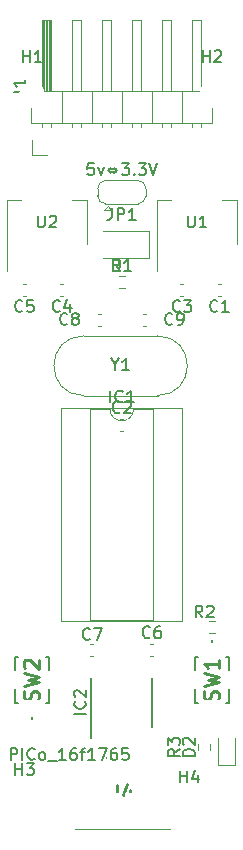
<source format=gto>
G04 #@! TF.GenerationSoftware,KiCad,Pcbnew,(5.1.9)-1*
G04 #@! TF.CreationDate,2023-06-14T07:28:31+09:00*
G04 #@! TF.ProjectId,PICo-16f1765,5049436f-2d31-4366-9631-3736352e6b69,rev?*
G04 #@! TF.SameCoordinates,Original*
G04 #@! TF.FileFunction,Legend,Top*
G04 #@! TF.FilePolarity,Positive*
%FSLAX46Y46*%
G04 Gerber Fmt 4.6, Leading zero omitted, Abs format (unit mm)*
G04 Created by KiCad (PCBNEW (5.1.9)-1) date 2023-06-14 07:28:31*
%MOMM*%
%LPD*%
G01*
G04 APERTURE LIST*
%ADD10C,0.150000*%
%ADD11C,0.120000*%
%ADD12C,0.200000*%
%ADD13C,0.100000*%
%ADD14C,0.254000*%
%ADD15C,2.200000*%
%ADD16O,1.600000X1.600000*%
%ADD17R,1.600000X1.600000*%
%ADD18C,1.500000*%
%ADD19R,1.500000X2.000000*%
%ADD20R,3.800000X2.000000*%
%ADD21R,1.600000X1.050000*%
%ADD22R,1.000000X1.500000*%
%ADD23R,0.400000X1.350000*%
%ADD24R,1.800000X1.900000*%
%ADD25R,2.100000X1.600000*%
%ADD26R,1.900000X1.900000*%
%ADD27O,1.700000X1.700000*%
%ADD28R,1.700000X1.700000*%
%ADD29R,0.510000X1.100000*%
G04 APERTURE END LIST*
D10*
X-5611190Y-42362380D02*
X-5611190Y-41362380D01*
X-5230238Y-41362380D01*
X-5135000Y-41410000D01*
X-5087380Y-41457619D01*
X-5039761Y-41552857D01*
X-5039761Y-41695714D01*
X-5087380Y-41790952D01*
X-5135000Y-41838571D01*
X-5230238Y-41886190D01*
X-5611190Y-41886190D01*
X-4611190Y-42362380D02*
X-4611190Y-41362380D01*
X-3563571Y-42267142D02*
X-3611190Y-42314761D01*
X-3754047Y-42362380D01*
X-3849285Y-42362380D01*
X-3992142Y-42314761D01*
X-4087380Y-42219523D01*
X-4135000Y-42124285D01*
X-4182619Y-41933809D01*
X-4182619Y-41790952D01*
X-4135000Y-41600476D01*
X-4087380Y-41505238D01*
X-3992142Y-41410000D01*
X-3849285Y-41362380D01*
X-3754047Y-41362380D01*
X-3611190Y-41410000D01*
X-3563571Y-41457619D01*
X-2992142Y-42362380D02*
X-3087380Y-42314761D01*
X-3135000Y-42267142D01*
X-3182619Y-42171904D01*
X-3182619Y-41886190D01*
X-3135000Y-41790952D01*
X-3087380Y-41743333D01*
X-2992142Y-41695714D01*
X-2849285Y-41695714D01*
X-2754047Y-41743333D01*
X-2706428Y-41790952D01*
X-2658809Y-41886190D01*
X-2658809Y-42171904D01*
X-2706428Y-42267142D01*
X-2754047Y-42314761D01*
X-2849285Y-42362380D01*
X-2992142Y-42362380D01*
X-2468333Y-42457619D02*
X-1706428Y-42457619D01*
X-944523Y-42362380D02*
X-1515952Y-42362380D01*
X-1230238Y-42362380D02*
X-1230238Y-41362380D01*
X-1325476Y-41505238D01*
X-1420714Y-41600476D01*
X-1515952Y-41648095D01*
X-87380Y-41362380D02*
X-277857Y-41362380D01*
X-373095Y-41410000D01*
X-420714Y-41457619D01*
X-515952Y-41600476D01*
X-563571Y-41790952D01*
X-563571Y-42171904D01*
X-515952Y-42267142D01*
X-468333Y-42314761D01*
X-373095Y-42362380D01*
X-182619Y-42362380D01*
X-87380Y-42314761D01*
X-39761Y-42267142D01*
X7857Y-42171904D01*
X7857Y-41933809D01*
X-39761Y-41838571D01*
X-87380Y-41790952D01*
X-182619Y-41743333D01*
X-373095Y-41743333D01*
X-468333Y-41790952D01*
X-515952Y-41838571D01*
X-563571Y-41933809D01*
X293571Y-41695714D02*
X674523Y-41695714D01*
X436428Y-42362380D02*
X436428Y-41505238D01*
X484047Y-41410000D01*
X579285Y-41362380D01*
X674523Y-41362380D01*
X1531666Y-42362380D02*
X960238Y-42362380D01*
X1245952Y-42362380D02*
X1245952Y-41362380D01*
X1150714Y-41505238D01*
X1055476Y-41600476D01*
X960238Y-41648095D01*
X1865000Y-41362380D02*
X2531666Y-41362380D01*
X2103095Y-42362380D01*
X3341190Y-41362380D02*
X3150714Y-41362380D01*
X3055476Y-41410000D01*
X3007857Y-41457619D01*
X2912619Y-41600476D01*
X2865000Y-41790952D01*
X2865000Y-42171904D01*
X2912619Y-42267142D01*
X2960238Y-42314761D01*
X3055476Y-42362380D01*
X3245952Y-42362380D01*
X3341190Y-42314761D01*
X3388809Y-42267142D01*
X3436428Y-42171904D01*
X3436428Y-41933809D01*
X3388809Y-41838571D01*
X3341190Y-41790952D01*
X3245952Y-41743333D01*
X3055476Y-41743333D01*
X2960238Y-41790952D01*
X2912619Y-41838571D01*
X2865000Y-41933809D01*
X4341190Y-41362380D02*
X3865000Y-41362380D01*
X3817380Y-41838571D01*
X3865000Y-41790952D01*
X3960238Y-41743333D01*
X4198333Y-41743333D01*
X4293571Y-41790952D01*
X4341190Y-41838571D01*
X4388809Y-41933809D01*
X4388809Y-42171904D01*
X4341190Y-42267142D01*
X4293571Y-42314761D01*
X4198333Y-42362380D01*
X3960238Y-42362380D01*
X3865000Y-42314761D01*
X3817380Y-42267142D01*
X1429047Y8167619D02*
X952857Y8167619D01*
X905238Y7691428D01*
X952857Y7739047D01*
X1048095Y7786666D01*
X1286190Y7786666D01*
X1381428Y7739047D01*
X1429047Y7691428D01*
X1476666Y7596190D01*
X1476666Y7358095D01*
X1429047Y7262857D01*
X1381428Y7215238D01*
X1286190Y7167619D01*
X1048095Y7167619D01*
X952857Y7215238D01*
X905238Y7262857D01*
X1810000Y7834285D02*
X2048095Y7167619D01*
X2286190Y7834285D01*
X2810000Y7405714D02*
X3286190Y7405714D01*
X2810000Y7691428D02*
X3286190Y7691428D01*
X2905238Y7310476D02*
X2667142Y7548571D01*
X2905238Y7786666D01*
X3190952Y7786666D02*
X3429047Y7548571D01*
X3190952Y7310476D01*
X3810000Y8167619D02*
X4429047Y8167619D01*
X4095714Y7786666D01*
X4238571Y7786666D01*
X4333809Y7739047D01*
X4381428Y7691428D01*
X4429047Y7596190D01*
X4429047Y7358095D01*
X4381428Y7262857D01*
X4333809Y7215238D01*
X4238571Y7167619D01*
X3952857Y7167619D01*
X3857619Y7215238D01*
X3810000Y7262857D01*
X4857619Y7262857D02*
X4905238Y7215238D01*
X4857619Y7167619D01*
X4810000Y7215238D01*
X4857619Y7262857D01*
X4857619Y7167619D01*
X5238571Y8167619D02*
X5857619Y8167619D01*
X5524285Y7786666D01*
X5667142Y7786666D01*
X5762380Y7739047D01*
X5810000Y7691428D01*
X5857619Y7596190D01*
X5857619Y7358095D01*
X5810000Y7262857D01*
X5762380Y7215238D01*
X5667142Y7167619D01*
X5381428Y7167619D01*
X5286190Y7215238D01*
X5238571Y7262857D01*
X6143333Y8167619D02*
X6476666Y7167619D01*
X6810000Y8167619D01*
D11*
G04 #@! TO.C,C7*
X1410580Y-33530000D02*
X1129420Y-33530000D01*
X1410580Y-32510000D02*
X1129420Y-32510000D01*
G04 #@! TO.C,C6*
X6209420Y-32510000D02*
X6490580Y-32510000D01*
X6209420Y-33530000D02*
X6490580Y-33530000D01*
G04 #@! TO.C,C5*
X-4304420Y-3050000D02*
X-4585580Y-3050000D01*
X-4304420Y-2030000D02*
X-4585580Y-2030000D01*
G04 #@! TO.C,C4*
X-1129420Y-3050000D02*
X-1410580Y-3050000D01*
X-1129420Y-2030000D02*
X-1410580Y-2030000D01*
G04 #@! TO.C,C3*
X9030580Y-3050000D02*
X8749420Y-3050000D01*
X9030580Y-2030000D02*
X8749420Y-2030000D01*
G04 #@! TO.C,C2*
X3669420Y-13460000D02*
X3950580Y-13460000D01*
X3669420Y-14480000D02*
X3950580Y-14480000D01*
G04 #@! TO.C,C1*
X12205580Y-3050000D02*
X11924420Y-3050000D01*
X12205580Y-2030000D02*
X11924420Y-2030000D01*
G04 #@! TO.C,R3*
X10272500Y-41512258D02*
X10272500Y-41037742D01*
X11317500Y-41512258D02*
X11317500Y-41037742D01*
G04 #@! TO.C,R2*
X11667258Y-31637500D02*
X11192742Y-31637500D01*
X11667258Y-30592500D02*
X11192742Y-30592500D01*
G04 #@! TO.C,R1*
X3572742Y-1382500D02*
X4047258Y-1382500D01*
X3572742Y-2427500D02*
X4047258Y-2427500D01*
G04 #@! TO.C,IC1*
X8950000Y-12580000D02*
X-1330000Y-12580000D01*
X8950000Y-30600000D02*
X8950000Y-12580000D01*
X-1330000Y-30600000D02*
X8950000Y-30600000D01*
X-1330000Y-12580000D02*
X-1330000Y-30600000D01*
X6460000Y-12640000D02*
X4810000Y-12640000D01*
X6460000Y-30540000D02*
X6460000Y-12640000D01*
X1160000Y-30540000D02*
X6460000Y-30540000D01*
X1160000Y-12640000D02*
X1160000Y-30540000D01*
X2810000Y-12640000D02*
X1160000Y-12640000D01*
X4810000Y-12640000D02*
G75*
G02*
X2810000Y-12640000I-1000000J0D01*
G01*
G04 #@! TO.C,Y1*
X585000Y-11505000D02*
X6835000Y-11505000D01*
X585000Y-6455000D02*
X6835000Y-6455000D01*
X6835000Y-11505000D02*
G75*
G03*
X6835000Y-6455000I0J2525000D01*
G01*
X585000Y-11505000D02*
G75*
G02*
X585000Y-6455000I0J2525000D01*
G01*
G04 #@! TO.C,U2*
X-5950000Y-925000D02*
X-5950000Y5085000D01*
X870000Y1325000D02*
X870000Y5085000D01*
X-5950000Y5085000D02*
X-4690000Y5085000D01*
X870000Y5085000D02*
X-390000Y5085000D01*
G04 #@! TO.C,U1*
X6750000Y-925000D02*
X6750000Y5085000D01*
X13570000Y1325000D02*
X13570000Y5085000D01*
X6750000Y5085000D02*
X8010000Y5085000D01*
X13570000Y5085000D02*
X12310000Y5085000D01*
D12*
G04 #@! TO.C,SW2*
X-3810000Y-38860000D02*
X-3810000Y-38860000D01*
X-3810000Y-38760000D02*
X-3810000Y-38760000D01*
X-3810000Y-38860000D02*
X-3810000Y-38860000D01*
X-2360000Y-37510000D02*
X-2360000Y-36360000D01*
X-2610000Y-37510000D02*
X-2360000Y-37510000D01*
X-2360000Y-33610000D02*
X-2360000Y-34760000D01*
X-2610000Y-33610000D02*
X-2360000Y-33610000D01*
X-5260000Y-33610000D02*
X-5010000Y-33610000D01*
X-5260000Y-34760000D02*
X-5260000Y-33610000D01*
X-5260000Y-37510000D02*
X-5260000Y-36360000D01*
X-5010000Y-37510000D02*
X-5260000Y-37510000D01*
X-3810000Y-38760000D02*
G75*
G02*
X-3810000Y-38860000I0J-50000D01*
G01*
X-3810000Y-38860000D02*
G75*
G02*
X-3810000Y-38760000I0J50000D01*
G01*
X-3810000Y-38760000D02*
G75*
G02*
X-3810000Y-38860000I0J-50000D01*
G01*
G04 #@! TO.C,SW1*
X11430000Y-32260000D02*
X11430000Y-32260000D01*
X11430000Y-32360000D02*
X11430000Y-32360000D01*
X11430000Y-32260000D02*
X11430000Y-32260000D01*
X9980000Y-33610000D02*
X9980000Y-34760000D01*
X10230000Y-33610000D02*
X9980000Y-33610000D01*
X9980000Y-37510000D02*
X9980000Y-36360000D01*
X10230000Y-37510000D02*
X9980000Y-37510000D01*
X12880000Y-37510000D02*
X12630000Y-37510000D01*
X12880000Y-36360000D02*
X12880000Y-37510000D01*
X12880000Y-33610000D02*
X12880000Y-34760000D01*
X12630000Y-33610000D02*
X12880000Y-33610000D01*
X11430000Y-32360000D02*
G75*
G02*
X11430000Y-32260000I0J50000D01*
G01*
X11430000Y-32260000D02*
G75*
G02*
X11430000Y-32360000I0J-50000D01*
G01*
X11430000Y-32360000D02*
G75*
G02*
X11430000Y-32260000I0J50000D01*
G01*
D11*
G04 #@! TO.C,JP1*
X2410000Y6715000D02*
X5210000Y6715000D01*
X5860000Y6015000D02*
X5860000Y5415000D01*
X5210000Y4715000D02*
X2410000Y4715000D01*
X1760000Y5415000D02*
X1760000Y6015000D01*
X2610000Y4515000D02*
X2310000Y4215000D01*
X2310000Y4215000D02*
X2910000Y4215000D01*
X2610000Y4515000D02*
X2910000Y4215000D01*
X1760000Y6015000D02*
G75*
G02*
X2460000Y6715000I700000J0D01*
G01*
X2460000Y4715000D02*
G75*
G02*
X1760000Y5415000I0J700000D01*
G01*
X5860000Y5415000D02*
G75*
G02*
X5160000Y4715000I-700000J0D01*
G01*
X5160000Y6715000D02*
G75*
G02*
X5860000Y6015000I0J-700000D01*
G01*
D13*
G04 #@! TO.C,J4*
X-190000Y-48220000D02*
X7860000Y-48220000D01*
X2510000Y-42120000D02*
X2510000Y-42120000D01*
X2510000Y-42220000D02*
X2510000Y-42220000D01*
X2510000Y-42120000D02*
G75*
G02*
X2510000Y-42220000I0J-50000D01*
G01*
X2510000Y-42220000D02*
G75*
G02*
X2510000Y-42120000I0J50000D01*
G01*
D11*
G04 #@! TO.C,J1*
X-3810000Y8890000D02*
X-3810000Y10160000D01*
X-2540000Y8890000D02*
X-3810000Y8890000D01*
X10540000Y11202929D02*
X10540000Y11600000D01*
X9780000Y11202929D02*
X9780000Y11600000D01*
X10540000Y20260000D02*
X10540000Y14260000D01*
X9780000Y20260000D02*
X10540000Y20260000D01*
X9780000Y14260000D02*
X9780000Y20260000D01*
X8890000Y11600000D02*
X8890000Y14260000D01*
X8000000Y11202929D02*
X8000000Y11600000D01*
X7240000Y11202929D02*
X7240000Y11600000D01*
X8000000Y20260000D02*
X8000000Y14260000D01*
X7240000Y20260000D02*
X8000000Y20260000D01*
X7240000Y14260000D02*
X7240000Y20260000D01*
X6350000Y11600000D02*
X6350000Y14260000D01*
X5460000Y11202929D02*
X5460000Y11600000D01*
X4700000Y11202929D02*
X4700000Y11600000D01*
X5460000Y20260000D02*
X5460000Y14260000D01*
X4700000Y20260000D02*
X5460000Y20260000D01*
X4700000Y14260000D02*
X4700000Y20260000D01*
X3810000Y11600000D02*
X3810000Y14260000D01*
X2920000Y11202929D02*
X2920000Y11600000D01*
X2160000Y11202929D02*
X2160000Y11600000D01*
X2920000Y20260000D02*
X2920000Y14260000D01*
X2160000Y20260000D02*
X2920000Y20260000D01*
X2160000Y14260000D02*
X2160000Y20260000D01*
X1270000Y11600000D02*
X1270000Y14260000D01*
X380000Y11202929D02*
X380000Y11600000D01*
X-380000Y11202929D02*
X-380000Y11600000D01*
X380000Y20260000D02*
X380000Y14260000D01*
X-380000Y20260000D02*
X380000Y20260000D01*
X-380000Y14260000D02*
X-380000Y20260000D01*
X-1270000Y11600000D02*
X-1270000Y14260000D01*
X-2160000Y11270000D02*
X-2160000Y11600000D01*
X-2920000Y11270000D02*
X-2920000Y11600000D01*
X-2260000Y14260000D02*
X-2260000Y20260000D01*
X-2380000Y14260000D02*
X-2380000Y20260000D01*
X-2500000Y14260000D02*
X-2500000Y20260000D01*
X-2620000Y14260000D02*
X-2620000Y20260000D01*
X-2740000Y14260000D02*
X-2740000Y20260000D01*
X-2860000Y14260000D02*
X-2860000Y20260000D01*
X-2160000Y20260000D02*
X-2160000Y14260000D01*
X-2920000Y20260000D02*
X-2160000Y20260000D01*
X-2920000Y14260000D02*
X-2920000Y20260000D01*
X-3870000Y14260000D02*
X-3870000Y11600000D01*
X11490000Y14260000D02*
X-3870000Y14260000D01*
X11490000Y11600000D02*
X11490000Y14260000D01*
X-3870000Y11600000D02*
X11490000Y11600000D01*
D10*
G04 #@! TO.C,IC2*
X6380000Y-39535000D02*
X6380000Y-35395000D01*
X1240000Y-40465000D02*
X1240000Y-35395000D01*
D11*
G04 #@! TO.C,D2*
X13435000Y-42760000D02*
X13435000Y-40475000D01*
X11965000Y-42760000D02*
X13435000Y-42760000D01*
X11965000Y-40475000D02*
X11965000Y-42760000D01*
G04 #@! TO.C,D1*
X6095000Y2405000D02*
X2210000Y2405000D01*
X6095000Y135000D02*
X6095000Y2405000D01*
X2210000Y135000D02*
X6095000Y135000D01*
G04 #@! TO.C,C9*
X5855580Y-4570000D02*
X5574420Y-4570000D01*
X5855580Y-5590000D02*
X5574420Y-5590000D01*
G04 #@! TO.C,C8*
X1764420Y-5590000D02*
X2045580Y-5590000D01*
X1764420Y-4570000D02*
X2045580Y-4570000D01*
G04 #@! TO.C,H4*
D10*
X8763095Y-44267380D02*
X8763095Y-43267380D01*
X8763095Y-43743571D02*
X9334523Y-43743571D01*
X9334523Y-44267380D02*
X9334523Y-43267380D01*
X10239285Y-43600714D02*
X10239285Y-44267380D01*
X10001190Y-43219761D02*
X9763095Y-43934047D01*
X10382142Y-43934047D01*
G04 #@! TO.C,H3*
X-5206904Y-43632380D02*
X-5206904Y-42632380D01*
X-5206904Y-43108571D02*
X-4635476Y-43108571D01*
X-4635476Y-43632380D02*
X-4635476Y-42632380D01*
X-4254523Y-42632380D02*
X-3635476Y-42632380D01*
X-3968809Y-43013333D01*
X-3825952Y-43013333D01*
X-3730714Y-43060952D01*
X-3683095Y-43108571D01*
X-3635476Y-43203809D01*
X-3635476Y-43441904D01*
X-3683095Y-43537142D01*
X-3730714Y-43584761D01*
X-3825952Y-43632380D01*
X-4111666Y-43632380D01*
X-4206904Y-43584761D01*
X-4254523Y-43537142D01*
G04 #@! TO.C,H2*
X10668095Y16717619D02*
X10668095Y17717619D01*
X10668095Y17241428D02*
X11239523Y17241428D01*
X11239523Y16717619D02*
X11239523Y17717619D01*
X11668095Y17622380D02*
X11715714Y17670000D01*
X11810952Y17717619D01*
X12049047Y17717619D01*
X12144285Y17670000D01*
X12191904Y17622380D01*
X12239523Y17527142D01*
X12239523Y17431904D01*
X12191904Y17289047D01*
X11620476Y16717619D01*
X12239523Y16717619D01*
G04 #@! TO.C,H1*
X-4571904Y16717619D02*
X-4571904Y17717619D01*
X-4571904Y17241428D02*
X-4000476Y17241428D01*
X-4000476Y16717619D02*
X-4000476Y17717619D01*
X-3000476Y16717619D02*
X-3571904Y16717619D01*
X-3286190Y16717619D02*
X-3286190Y17717619D01*
X-3381428Y17574761D01*
X-3476666Y17479523D01*
X-3571904Y17431904D01*
G04 #@! TO.C,C7*
X1103333Y-32107142D02*
X1055714Y-32154761D01*
X912857Y-32202380D01*
X817619Y-32202380D01*
X674761Y-32154761D01*
X579523Y-32059523D01*
X531904Y-31964285D01*
X484285Y-31773809D01*
X484285Y-31630952D01*
X531904Y-31440476D01*
X579523Y-31345238D01*
X674761Y-31250000D01*
X817619Y-31202380D01*
X912857Y-31202380D01*
X1055714Y-31250000D01*
X1103333Y-31297619D01*
X1436666Y-31202380D02*
X2103333Y-31202380D01*
X1674761Y-32202380D01*
G04 #@! TO.C,C6*
X6183333Y-31947142D02*
X6135714Y-31994761D01*
X5992857Y-32042380D01*
X5897619Y-32042380D01*
X5754761Y-31994761D01*
X5659523Y-31899523D01*
X5611904Y-31804285D01*
X5564285Y-31613809D01*
X5564285Y-31470952D01*
X5611904Y-31280476D01*
X5659523Y-31185238D01*
X5754761Y-31090000D01*
X5897619Y-31042380D01*
X5992857Y-31042380D01*
X6135714Y-31090000D01*
X6183333Y-31137619D01*
X7040476Y-31042380D02*
X6850000Y-31042380D01*
X6754761Y-31090000D01*
X6707142Y-31137619D01*
X6611904Y-31280476D01*
X6564285Y-31470952D01*
X6564285Y-31851904D01*
X6611904Y-31947142D01*
X6659523Y-31994761D01*
X6754761Y-32042380D01*
X6945238Y-32042380D01*
X7040476Y-31994761D01*
X7088095Y-31947142D01*
X7135714Y-31851904D01*
X7135714Y-31613809D01*
X7088095Y-31518571D01*
X7040476Y-31470952D01*
X6945238Y-31423333D01*
X6754761Y-31423333D01*
X6659523Y-31470952D01*
X6611904Y-31518571D01*
X6564285Y-31613809D01*
G04 #@! TO.C,C5*
X-4611666Y-4327142D02*
X-4659285Y-4374761D01*
X-4802142Y-4422380D01*
X-4897380Y-4422380D01*
X-5040238Y-4374761D01*
X-5135476Y-4279523D01*
X-5183095Y-4184285D01*
X-5230714Y-3993809D01*
X-5230714Y-3850952D01*
X-5183095Y-3660476D01*
X-5135476Y-3565238D01*
X-5040238Y-3470000D01*
X-4897380Y-3422380D01*
X-4802142Y-3422380D01*
X-4659285Y-3470000D01*
X-4611666Y-3517619D01*
X-3706904Y-3422380D02*
X-4183095Y-3422380D01*
X-4230714Y-3898571D01*
X-4183095Y-3850952D01*
X-4087857Y-3803333D01*
X-3849761Y-3803333D01*
X-3754523Y-3850952D01*
X-3706904Y-3898571D01*
X-3659285Y-3993809D01*
X-3659285Y-4231904D01*
X-3706904Y-4327142D01*
X-3754523Y-4374761D01*
X-3849761Y-4422380D01*
X-4087857Y-4422380D01*
X-4183095Y-4374761D01*
X-4230714Y-4327142D01*
G04 #@! TO.C,C4*
X-1436666Y-4327142D02*
X-1484285Y-4374761D01*
X-1627142Y-4422380D01*
X-1722380Y-4422380D01*
X-1865238Y-4374761D01*
X-1960476Y-4279523D01*
X-2008095Y-4184285D01*
X-2055714Y-3993809D01*
X-2055714Y-3850952D01*
X-2008095Y-3660476D01*
X-1960476Y-3565238D01*
X-1865238Y-3470000D01*
X-1722380Y-3422380D01*
X-1627142Y-3422380D01*
X-1484285Y-3470000D01*
X-1436666Y-3517619D01*
X-579523Y-3755714D02*
X-579523Y-4422380D01*
X-817619Y-3374761D02*
X-1055714Y-4089047D01*
X-436666Y-4089047D01*
G04 #@! TO.C,C3*
X8723333Y-4327142D02*
X8675714Y-4374761D01*
X8532857Y-4422380D01*
X8437619Y-4422380D01*
X8294761Y-4374761D01*
X8199523Y-4279523D01*
X8151904Y-4184285D01*
X8104285Y-3993809D01*
X8104285Y-3850952D01*
X8151904Y-3660476D01*
X8199523Y-3565238D01*
X8294761Y-3470000D01*
X8437619Y-3422380D01*
X8532857Y-3422380D01*
X8675714Y-3470000D01*
X8723333Y-3517619D01*
X9056666Y-3422380D02*
X9675714Y-3422380D01*
X9342380Y-3803333D01*
X9485238Y-3803333D01*
X9580476Y-3850952D01*
X9628095Y-3898571D01*
X9675714Y-3993809D01*
X9675714Y-4231904D01*
X9628095Y-4327142D01*
X9580476Y-4374761D01*
X9485238Y-4422380D01*
X9199523Y-4422380D01*
X9104285Y-4374761D01*
X9056666Y-4327142D01*
G04 #@! TO.C,C2*
X3643333Y-12897142D02*
X3595714Y-12944761D01*
X3452857Y-12992380D01*
X3357619Y-12992380D01*
X3214761Y-12944761D01*
X3119523Y-12849523D01*
X3071904Y-12754285D01*
X3024285Y-12563809D01*
X3024285Y-12420952D01*
X3071904Y-12230476D01*
X3119523Y-12135238D01*
X3214761Y-12040000D01*
X3357619Y-11992380D01*
X3452857Y-11992380D01*
X3595714Y-12040000D01*
X3643333Y-12087619D01*
X4024285Y-12087619D02*
X4071904Y-12040000D01*
X4167142Y-11992380D01*
X4405238Y-11992380D01*
X4500476Y-12040000D01*
X4548095Y-12087619D01*
X4595714Y-12182857D01*
X4595714Y-12278095D01*
X4548095Y-12420952D01*
X3976666Y-12992380D01*
X4595714Y-12992380D01*
G04 #@! TO.C,C1*
X11898333Y-4327142D02*
X11850714Y-4374761D01*
X11707857Y-4422380D01*
X11612619Y-4422380D01*
X11469761Y-4374761D01*
X11374523Y-4279523D01*
X11326904Y-4184285D01*
X11279285Y-3993809D01*
X11279285Y-3850952D01*
X11326904Y-3660476D01*
X11374523Y-3565238D01*
X11469761Y-3470000D01*
X11612619Y-3422380D01*
X11707857Y-3422380D01*
X11850714Y-3470000D01*
X11898333Y-3517619D01*
X12850714Y-4422380D02*
X12279285Y-4422380D01*
X12565000Y-4422380D02*
X12565000Y-3422380D01*
X12469761Y-3565238D01*
X12374523Y-3660476D01*
X12279285Y-3708095D01*
G04 #@! TO.C,R3*
X8707380Y-41441666D02*
X8231190Y-41775000D01*
X8707380Y-42013095D02*
X7707380Y-42013095D01*
X7707380Y-41632142D01*
X7755000Y-41536904D01*
X7802619Y-41489285D01*
X7897857Y-41441666D01*
X8040714Y-41441666D01*
X8135952Y-41489285D01*
X8183571Y-41536904D01*
X8231190Y-41632142D01*
X8231190Y-42013095D01*
X7707380Y-41108333D02*
X7707380Y-40489285D01*
X8088333Y-40822619D01*
X8088333Y-40679761D01*
X8135952Y-40584523D01*
X8183571Y-40536904D01*
X8278809Y-40489285D01*
X8516904Y-40489285D01*
X8612142Y-40536904D01*
X8659761Y-40584523D01*
X8707380Y-40679761D01*
X8707380Y-40965476D01*
X8659761Y-41060714D01*
X8612142Y-41108333D01*
G04 #@! TO.C,R2*
X10628333Y-30297380D02*
X10295000Y-29821190D01*
X10056904Y-30297380D02*
X10056904Y-29297380D01*
X10437857Y-29297380D01*
X10533095Y-29345000D01*
X10580714Y-29392619D01*
X10628333Y-29487857D01*
X10628333Y-29630714D01*
X10580714Y-29725952D01*
X10533095Y-29773571D01*
X10437857Y-29821190D01*
X10056904Y-29821190D01*
X11009285Y-29392619D02*
X11056904Y-29345000D01*
X11152142Y-29297380D01*
X11390238Y-29297380D01*
X11485476Y-29345000D01*
X11533095Y-29392619D01*
X11580714Y-29487857D01*
X11580714Y-29583095D01*
X11533095Y-29725952D01*
X10961666Y-30297380D01*
X11580714Y-30297380D01*
G04 #@! TO.C,R1*
X3643333Y-927380D02*
X3310000Y-451190D01*
X3071904Y-927380D02*
X3071904Y72619D01*
X3452857Y72619D01*
X3548095Y25000D01*
X3595714Y-22619D01*
X3643333Y-117857D01*
X3643333Y-260714D01*
X3595714Y-355952D01*
X3548095Y-403571D01*
X3452857Y-451190D01*
X3071904Y-451190D01*
X4595714Y-927380D02*
X4024285Y-927380D01*
X4310000Y-927380D02*
X4310000Y72619D01*
X4214761Y-70238D01*
X4119523Y-165476D01*
X4024285Y-213095D01*
G04 #@! TO.C,IC1*
X2833809Y-12092380D02*
X2833809Y-11092380D01*
X3881428Y-11997142D02*
X3833809Y-12044761D01*
X3690952Y-12092380D01*
X3595714Y-12092380D01*
X3452857Y-12044761D01*
X3357619Y-11949523D01*
X3309999Y-11854285D01*
X3262380Y-11663809D01*
X3262380Y-11520952D01*
X3309999Y-11330476D01*
X3357619Y-11235238D01*
X3452857Y-11140000D01*
X3595714Y-11092380D01*
X3690952Y-11092380D01*
X3833809Y-11140000D01*
X3881428Y-11187619D01*
X4833809Y-12092380D02*
X4262380Y-12092380D01*
X4548095Y-12092380D02*
X4548095Y-11092380D01*
X4452857Y-11235238D01*
X4357619Y-11330476D01*
X4262380Y-11378095D01*
G04 #@! TO.C,Y1*
X3233809Y-8866190D02*
X3233809Y-9342380D01*
X2900476Y-8342380D02*
X3233809Y-8866190D01*
X3567142Y-8342380D01*
X4424285Y-9342380D02*
X3852857Y-9342380D01*
X4138571Y-9342380D02*
X4138571Y-8342380D01*
X4043333Y-8485238D01*
X3948095Y-8580476D01*
X3852857Y-8628095D01*
G04 #@! TO.C,U2*
X-3301904Y3722619D02*
X-3301904Y2913095D01*
X-3254285Y2817857D01*
X-3206666Y2770238D01*
X-3111428Y2722619D01*
X-2920952Y2722619D01*
X-2825714Y2770238D01*
X-2778095Y2817857D01*
X-2730476Y2913095D01*
X-2730476Y3722619D01*
X-2301904Y3627380D02*
X-2254285Y3675000D01*
X-2159047Y3722619D01*
X-1920952Y3722619D01*
X-1825714Y3675000D01*
X-1778095Y3627380D01*
X-1730476Y3532142D01*
X-1730476Y3436904D01*
X-1778095Y3294047D01*
X-2349523Y2722619D01*
X-1730476Y2722619D01*
G04 #@! TO.C,U1*
X9398095Y3722619D02*
X9398095Y2913095D01*
X9445714Y2817857D01*
X9493333Y2770238D01*
X9588571Y2722619D01*
X9779047Y2722619D01*
X9874285Y2770238D01*
X9921904Y2817857D01*
X9969523Y2913095D01*
X9969523Y3722619D01*
X10969523Y2722619D02*
X10398095Y2722619D01*
X10683809Y2722619D02*
X10683809Y3722619D01*
X10588571Y3579761D01*
X10493333Y3484523D01*
X10398095Y3436904D01*
G04 #@! TO.C,SW2*
D14*
X-3295952Y-37253333D02*
X-3235476Y-37071904D01*
X-3235476Y-36769523D01*
X-3295952Y-36648571D01*
X-3356428Y-36588095D01*
X-3477380Y-36527619D01*
X-3598333Y-36527619D01*
X-3719285Y-36588095D01*
X-3779761Y-36648571D01*
X-3840238Y-36769523D01*
X-3900714Y-37011428D01*
X-3961190Y-37132380D01*
X-4021666Y-37192857D01*
X-4142619Y-37253333D01*
X-4263571Y-37253333D01*
X-4384523Y-37192857D01*
X-4445000Y-37132380D01*
X-4505476Y-37011428D01*
X-4505476Y-36709047D01*
X-4445000Y-36527619D01*
X-4505476Y-36104285D02*
X-3235476Y-35801904D01*
X-4142619Y-35560000D01*
X-3235476Y-35318095D01*
X-4505476Y-35015714D01*
X-4384523Y-34592380D02*
X-4445000Y-34531904D01*
X-4505476Y-34410952D01*
X-4505476Y-34108571D01*
X-4445000Y-33987619D01*
X-4384523Y-33927142D01*
X-4263571Y-33866666D01*
X-4142619Y-33866666D01*
X-3961190Y-33927142D01*
X-3235476Y-34652857D01*
X-3235476Y-33866666D01*
G04 #@! TO.C,SW1*
X11944047Y-37253333D02*
X12004523Y-37071904D01*
X12004523Y-36769523D01*
X11944047Y-36648571D01*
X11883571Y-36588095D01*
X11762619Y-36527619D01*
X11641666Y-36527619D01*
X11520714Y-36588095D01*
X11460238Y-36648571D01*
X11399761Y-36769523D01*
X11339285Y-37011428D01*
X11278809Y-37132380D01*
X11218333Y-37192857D01*
X11097380Y-37253333D01*
X10976428Y-37253333D01*
X10855476Y-37192857D01*
X10795000Y-37132380D01*
X10734523Y-37011428D01*
X10734523Y-36709047D01*
X10795000Y-36527619D01*
X10734523Y-36104285D02*
X12004523Y-35801904D01*
X11097380Y-35560000D01*
X12004523Y-35318095D01*
X10734523Y-35015714D01*
X12004523Y-33866666D02*
X12004523Y-34592380D01*
X12004523Y-34229523D02*
X10734523Y-34229523D01*
X10915952Y-34350476D01*
X11036904Y-34471428D01*
X11097380Y-34592380D01*
G04 #@! TO.C,JP1*
D10*
X2976666Y4357619D02*
X2976666Y3643333D01*
X2929047Y3500476D01*
X2833809Y3405238D01*
X2690952Y3357619D01*
X2595714Y3357619D01*
X3452857Y3357619D02*
X3452857Y4357619D01*
X3833809Y4357619D01*
X3929047Y4310000D01*
X3976666Y4262380D01*
X4024285Y4167142D01*
X4024285Y4024285D01*
X3976666Y3929047D01*
X3929047Y3881428D01*
X3833809Y3833809D01*
X3452857Y3833809D01*
X4976666Y3357619D02*
X4405238Y3357619D01*
X4690952Y3357619D02*
X4690952Y4357619D01*
X4595714Y4214761D01*
X4500476Y4119523D01*
X4405238Y4071904D01*
G04 #@! TO.C,J4*
D14*
X3386666Y-44474523D02*
X3386666Y-45381666D01*
X3326190Y-45563095D01*
X3205238Y-45684047D01*
X3023809Y-45744523D01*
X2902857Y-45744523D01*
X4535714Y-44897857D02*
X4535714Y-45744523D01*
X4233333Y-44414047D02*
X3930952Y-45321190D01*
X4717142Y-45321190D01*
G04 #@! TO.C,J1*
D10*
X-5357619Y14211666D02*
X-4643333Y14211666D01*
X-4500476Y14164047D01*
X-4405238Y14068809D01*
X-4357619Y13925952D01*
X-4357619Y13830714D01*
X-4357619Y15211666D02*
X-4357619Y14640238D01*
X-4357619Y14925952D02*
X-5357619Y14925952D01*
X-5214761Y14830714D01*
X-5119523Y14735476D01*
X-5071904Y14640238D01*
G04 #@! TO.C,IC2*
X762380Y-38441190D02*
X-237619Y-38441190D01*
X667142Y-37393571D02*
X714761Y-37441190D01*
X762380Y-37584047D01*
X762380Y-37679285D01*
X714761Y-37822142D01*
X619523Y-37917380D01*
X524285Y-37965000D01*
X333809Y-38012619D01*
X190952Y-38012619D01*
X476Y-37965000D01*
X-94761Y-37917380D01*
X-190000Y-37822142D01*
X-237619Y-37679285D01*
X-237619Y-37584047D01*
X-190000Y-37441190D01*
X-142380Y-37393571D01*
X-142380Y-37012619D02*
X-189999Y-36965000D01*
X-237619Y-36869761D01*
X-237619Y-36631666D01*
X-189999Y-36536428D01*
X-142380Y-36488809D01*
X-47142Y-36441190D01*
X48095Y-36441190D01*
X190952Y-36488809D01*
X762380Y-37060238D01*
X762380Y-36441190D01*
G04 #@! TO.C,D2*
X9977380Y-42013095D02*
X8977380Y-42013095D01*
X8977380Y-41775000D01*
X9025000Y-41632142D01*
X9120238Y-41536904D01*
X9215476Y-41489285D01*
X9405952Y-41441666D01*
X9548809Y-41441666D01*
X9739285Y-41489285D01*
X9834523Y-41536904D01*
X9929761Y-41632142D01*
X9977380Y-41775000D01*
X9977380Y-42013095D01*
X9072619Y-41060714D02*
X9025000Y-41013095D01*
X8977380Y-40917857D01*
X8977380Y-40679761D01*
X9025000Y-40584523D01*
X9072619Y-40536904D01*
X9167857Y-40489285D01*
X9263095Y-40489285D01*
X9405952Y-40536904D01*
X9977380Y-41108333D01*
X9977380Y-40489285D01*
G04 #@! TO.C,D1*
X3071904Y-1002380D02*
X3071904Y-2380D01*
X3310000Y-2380D01*
X3452857Y-50000D01*
X3548095Y-145238D01*
X3595714Y-240476D01*
X3643333Y-430952D01*
X3643333Y-573809D01*
X3595714Y-764285D01*
X3548095Y-859523D01*
X3452857Y-954761D01*
X3310000Y-1002380D01*
X3071904Y-1002380D01*
X4595714Y-1002380D02*
X4024285Y-1002380D01*
X4310000Y-1002380D02*
X4310000Y-2380D01*
X4214761Y-145238D01*
X4119523Y-240476D01*
X4024285Y-288095D01*
G04 #@! TO.C,C9*
X8088333Y-5437142D02*
X8040714Y-5484761D01*
X7897857Y-5532380D01*
X7802619Y-5532380D01*
X7659761Y-5484761D01*
X7564523Y-5389523D01*
X7516904Y-5294285D01*
X7469285Y-5103809D01*
X7469285Y-4960952D01*
X7516904Y-4770476D01*
X7564523Y-4675238D01*
X7659761Y-4580000D01*
X7802619Y-4532380D01*
X7897857Y-4532380D01*
X8040714Y-4580000D01*
X8088333Y-4627619D01*
X8564523Y-5532380D02*
X8755000Y-5532380D01*
X8850238Y-5484761D01*
X8897857Y-5437142D01*
X8993095Y-5294285D01*
X9040714Y-5103809D01*
X9040714Y-4722857D01*
X8993095Y-4627619D01*
X8945476Y-4580000D01*
X8850238Y-4532380D01*
X8659761Y-4532380D01*
X8564523Y-4580000D01*
X8516904Y-4627619D01*
X8469285Y-4722857D01*
X8469285Y-4960952D01*
X8516904Y-5056190D01*
X8564523Y-5103809D01*
X8659761Y-5151428D01*
X8850238Y-5151428D01*
X8945476Y-5103809D01*
X8993095Y-5056190D01*
X9040714Y-4960952D01*
G04 #@! TO.C,C8*
X-801666Y-5437142D02*
X-849285Y-5484761D01*
X-992142Y-5532380D01*
X-1087380Y-5532380D01*
X-1230238Y-5484761D01*
X-1325476Y-5389523D01*
X-1373095Y-5294285D01*
X-1420714Y-5103809D01*
X-1420714Y-4960952D01*
X-1373095Y-4770476D01*
X-1325476Y-4675238D01*
X-1230238Y-4580000D01*
X-1087380Y-4532380D01*
X-992142Y-4532380D01*
X-849285Y-4580000D01*
X-801666Y-4627619D01*
X-230238Y-4960952D02*
X-325476Y-4913333D01*
X-373095Y-4865714D01*
X-420714Y-4770476D01*
X-420714Y-4722857D01*
X-373095Y-4627619D01*
X-325476Y-4580000D01*
X-230238Y-4532380D01*
X-39761Y-4532380D01*
X55476Y-4580000D01*
X103095Y-4627619D01*
X150714Y-4722857D01*
X150714Y-4770476D01*
X103095Y-4865714D01*
X55476Y-4913333D01*
X-39761Y-4960952D01*
X-230238Y-4960952D01*
X-325476Y-5008571D01*
X-373095Y-5056190D01*
X-420714Y-5151428D01*
X-420714Y-5341904D01*
X-373095Y-5437142D01*
X-325476Y-5484761D01*
X-230238Y-5532380D01*
X-39761Y-5532380D01*
X55476Y-5484761D01*
X103095Y-5437142D01*
X150714Y-5341904D01*
X150714Y-5151428D01*
X103095Y-5056190D01*
X55476Y-5008571D01*
X-39761Y-4960952D01*
G04 #@! TD*
%LPC*%
D15*
G04 #@! TO.C,H4*
X11430000Y-45720000D03*
G04 #@! TD*
G04 #@! TO.C,H3*
X-3810000Y-45720000D03*
G04 #@! TD*
G04 #@! TO.C,H2*
X11430000Y13970000D03*
G04 #@! TD*
G04 #@! TO.C,H1*
X-3810000Y13970000D03*
G04 #@! TD*
G04 #@! TO.C,C7*
G36*
G01*
X945000Y-32770000D02*
X945000Y-33270000D01*
G75*
G02*
X720000Y-33495000I-225000J0D01*
G01*
X270000Y-33495000D01*
G75*
G02*
X45000Y-33270000I0J225000D01*
G01*
X45000Y-32770000D01*
G75*
G02*
X270000Y-32545000I225000J0D01*
G01*
X720000Y-32545000D01*
G75*
G02*
X945000Y-32770000I0J-225000D01*
G01*
G37*
G36*
G01*
X2495000Y-32770000D02*
X2495000Y-33270000D01*
G75*
G02*
X2270000Y-33495000I-225000J0D01*
G01*
X1820000Y-33495000D01*
G75*
G02*
X1595000Y-33270000I0J225000D01*
G01*
X1595000Y-32770000D01*
G75*
G02*
X1820000Y-32545000I225000J0D01*
G01*
X2270000Y-32545000D01*
G75*
G02*
X2495000Y-32770000I0J-225000D01*
G01*
G37*
G04 #@! TD*
G04 #@! TO.C,C6*
G36*
G01*
X6675000Y-33270000D02*
X6675000Y-32770000D01*
G75*
G02*
X6900000Y-32545000I225000J0D01*
G01*
X7350000Y-32545000D01*
G75*
G02*
X7575000Y-32770000I0J-225000D01*
G01*
X7575000Y-33270000D01*
G75*
G02*
X7350000Y-33495000I-225000J0D01*
G01*
X6900000Y-33495000D01*
G75*
G02*
X6675000Y-33270000I0J225000D01*
G01*
G37*
G36*
G01*
X5125000Y-33270000D02*
X5125000Y-32770000D01*
G75*
G02*
X5350000Y-32545000I225000J0D01*
G01*
X5800000Y-32545000D01*
G75*
G02*
X6025000Y-32770000I0J-225000D01*
G01*
X6025000Y-33270000D01*
G75*
G02*
X5800000Y-33495000I-225000J0D01*
G01*
X5350000Y-33495000D01*
G75*
G02*
X5125000Y-33270000I0J225000D01*
G01*
G37*
G04 #@! TD*
G04 #@! TO.C,C5*
G36*
G01*
X-4770000Y-2290000D02*
X-4770000Y-2790000D01*
G75*
G02*
X-4995000Y-3015000I-225000J0D01*
G01*
X-5445000Y-3015000D01*
G75*
G02*
X-5670000Y-2790000I0J225000D01*
G01*
X-5670000Y-2290000D01*
G75*
G02*
X-5445000Y-2065000I225000J0D01*
G01*
X-4995000Y-2065000D01*
G75*
G02*
X-4770000Y-2290000I0J-225000D01*
G01*
G37*
G36*
G01*
X-3220000Y-2290000D02*
X-3220000Y-2790000D01*
G75*
G02*
X-3445000Y-3015000I-225000J0D01*
G01*
X-3895000Y-3015000D01*
G75*
G02*
X-4120000Y-2790000I0J225000D01*
G01*
X-4120000Y-2290000D01*
G75*
G02*
X-3895000Y-2065000I225000J0D01*
G01*
X-3445000Y-2065000D01*
G75*
G02*
X-3220000Y-2290000I0J-225000D01*
G01*
G37*
G04 #@! TD*
G04 #@! TO.C,C4*
G36*
G01*
X-1595000Y-2290000D02*
X-1595000Y-2790000D01*
G75*
G02*
X-1820000Y-3015000I-225000J0D01*
G01*
X-2270000Y-3015000D01*
G75*
G02*
X-2495000Y-2790000I0J225000D01*
G01*
X-2495000Y-2290000D01*
G75*
G02*
X-2270000Y-2065000I225000J0D01*
G01*
X-1820000Y-2065000D01*
G75*
G02*
X-1595000Y-2290000I0J-225000D01*
G01*
G37*
G36*
G01*
X-45000Y-2290000D02*
X-45000Y-2790000D01*
G75*
G02*
X-270000Y-3015000I-225000J0D01*
G01*
X-720000Y-3015000D01*
G75*
G02*
X-945000Y-2790000I0J225000D01*
G01*
X-945000Y-2290000D01*
G75*
G02*
X-720000Y-2065000I225000J0D01*
G01*
X-270000Y-2065000D01*
G75*
G02*
X-45000Y-2290000I0J-225000D01*
G01*
G37*
G04 #@! TD*
G04 #@! TO.C,C3*
G36*
G01*
X8565000Y-2290000D02*
X8565000Y-2790000D01*
G75*
G02*
X8340000Y-3015000I-225000J0D01*
G01*
X7890000Y-3015000D01*
G75*
G02*
X7665000Y-2790000I0J225000D01*
G01*
X7665000Y-2290000D01*
G75*
G02*
X7890000Y-2065000I225000J0D01*
G01*
X8340000Y-2065000D01*
G75*
G02*
X8565000Y-2290000I0J-225000D01*
G01*
G37*
G36*
G01*
X10115000Y-2290000D02*
X10115000Y-2790000D01*
G75*
G02*
X9890000Y-3015000I-225000J0D01*
G01*
X9440000Y-3015000D01*
G75*
G02*
X9215000Y-2790000I0J225000D01*
G01*
X9215000Y-2290000D01*
G75*
G02*
X9440000Y-2065000I225000J0D01*
G01*
X9890000Y-2065000D01*
G75*
G02*
X10115000Y-2290000I0J-225000D01*
G01*
G37*
G04 #@! TD*
G04 #@! TO.C,C2*
G36*
G01*
X4135000Y-14220000D02*
X4135000Y-13720000D01*
G75*
G02*
X4360000Y-13495000I225000J0D01*
G01*
X4810000Y-13495000D01*
G75*
G02*
X5035000Y-13720000I0J-225000D01*
G01*
X5035000Y-14220000D01*
G75*
G02*
X4810000Y-14445000I-225000J0D01*
G01*
X4360000Y-14445000D01*
G75*
G02*
X4135000Y-14220000I0J225000D01*
G01*
G37*
G36*
G01*
X2585000Y-14220000D02*
X2585000Y-13720000D01*
G75*
G02*
X2810000Y-13495000I225000J0D01*
G01*
X3260000Y-13495000D01*
G75*
G02*
X3485000Y-13720000I0J-225000D01*
G01*
X3485000Y-14220000D01*
G75*
G02*
X3260000Y-14445000I-225000J0D01*
G01*
X2810000Y-14445000D01*
G75*
G02*
X2585000Y-14220000I0J225000D01*
G01*
G37*
G04 #@! TD*
G04 #@! TO.C,C1*
G36*
G01*
X11740000Y-2290000D02*
X11740000Y-2790000D01*
G75*
G02*
X11515000Y-3015000I-225000J0D01*
G01*
X11065000Y-3015000D01*
G75*
G02*
X10840000Y-2790000I0J225000D01*
G01*
X10840000Y-2290000D01*
G75*
G02*
X11065000Y-2065000I225000J0D01*
G01*
X11515000Y-2065000D01*
G75*
G02*
X11740000Y-2290000I0J-225000D01*
G01*
G37*
G36*
G01*
X13290000Y-2290000D02*
X13290000Y-2790000D01*
G75*
G02*
X13065000Y-3015000I-225000J0D01*
G01*
X12615000Y-3015000D01*
G75*
G02*
X12390000Y-2790000I0J225000D01*
G01*
X12390000Y-2290000D01*
G75*
G02*
X12615000Y-2065000I225000J0D01*
G01*
X13065000Y-2065000D01*
G75*
G02*
X13290000Y-2290000I0J-225000D01*
G01*
G37*
G04 #@! TD*
G04 #@! TO.C,R3*
G36*
G01*
X11070000Y-40850000D02*
X10520000Y-40850000D01*
G75*
G02*
X10320000Y-40650000I0J200000D01*
G01*
X10320000Y-40250000D01*
G75*
G02*
X10520000Y-40050000I200000J0D01*
G01*
X11070000Y-40050000D01*
G75*
G02*
X11270000Y-40250000I0J-200000D01*
G01*
X11270000Y-40650000D01*
G75*
G02*
X11070000Y-40850000I-200000J0D01*
G01*
G37*
G36*
G01*
X11070000Y-42500000D02*
X10520000Y-42500000D01*
G75*
G02*
X10320000Y-42300000I0J200000D01*
G01*
X10320000Y-41900000D01*
G75*
G02*
X10520000Y-41700000I200000J0D01*
G01*
X11070000Y-41700000D01*
G75*
G02*
X11270000Y-41900000I0J-200000D01*
G01*
X11270000Y-42300000D01*
G75*
G02*
X11070000Y-42500000I-200000J0D01*
G01*
G37*
G04 #@! TD*
G04 #@! TO.C,R2*
G36*
G01*
X11005000Y-30840000D02*
X11005000Y-31390000D01*
G75*
G02*
X10805000Y-31590000I-200000J0D01*
G01*
X10405000Y-31590000D01*
G75*
G02*
X10205000Y-31390000I0J200000D01*
G01*
X10205000Y-30840000D01*
G75*
G02*
X10405000Y-30640000I200000J0D01*
G01*
X10805000Y-30640000D01*
G75*
G02*
X11005000Y-30840000I0J-200000D01*
G01*
G37*
G36*
G01*
X12655000Y-30840000D02*
X12655000Y-31390000D01*
G75*
G02*
X12455000Y-31590000I-200000J0D01*
G01*
X12055000Y-31590000D01*
G75*
G02*
X11855000Y-31390000I0J200000D01*
G01*
X11855000Y-30840000D01*
G75*
G02*
X12055000Y-30640000I200000J0D01*
G01*
X12455000Y-30640000D01*
G75*
G02*
X12655000Y-30840000I0J-200000D01*
G01*
G37*
G04 #@! TD*
G04 #@! TO.C,R1*
G36*
G01*
X4235000Y-2180000D02*
X4235000Y-1630000D01*
G75*
G02*
X4435000Y-1430000I200000J0D01*
G01*
X4835000Y-1430000D01*
G75*
G02*
X5035000Y-1630000I0J-200000D01*
G01*
X5035000Y-2180000D01*
G75*
G02*
X4835000Y-2380000I-200000J0D01*
G01*
X4435000Y-2380000D01*
G75*
G02*
X4235000Y-2180000I0J200000D01*
G01*
G37*
G36*
G01*
X2585000Y-2180000D02*
X2585000Y-1630000D01*
G75*
G02*
X2785000Y-1430000I200000J0D01*
G01*
X3185000Y-1430000D01*
G75*
G02*
X3385000Y-1630000I0J-200000D01*
G01*
X3385000Y-2180000D01*
G75*
G02*
X3185000Y-2380000I-200000J0D01*
G01*
X2785000Y-2380000D01*
G75*
G02*
X2585000Y-2180000I0J200000D01*
G01*
G37*
G04 #@! TD*
D16*
G04 #@! TO.C,IC1*
X7620000Y-13970000D03*
X0Y-29210000D03*
X7620000Y-16510000D03*
X0Y-26670000D03*
X7620000Y-19050000D03*
X0Y-24130000D03*
X7620000Y-21590000D03*
X0Y-21590000D03*
X7620000Y-24130000D03*
X0Y-19050000D03*
X7620000Y-26670000D03*
X0Y-16510000D03*
X7620000Y-29210000D03*
D17*
X0Y-13970000D03*
G04 #@! TD*
D18*
G04 #@! TO.C,Y1*
X6150000Y-8980000D03*
X1270000Y-8980000D03*
G04 #@! TD*
D19*
G04 #@! TO.C,U2*
X-4840000Y25000D03*
X-240000Y25000D03*
X-2540000Y25000D03*
D20*
X-2540000Y6325000D03*
G04 #@! TD*
D19*
G04 #@! TO.C,U1*
X7860000Y25000D03*
X12460000Y25000D03*
X10160000Y25000D03*
D20*
X10160000Y6325000D03*
G04 #@! TD*
D21*
G04 #@! TO.C,SW2*
X-3810000Y-37785000D03*
X-3810000Y-33335000D03*
G04 #@! TD*
G04 #@! TO.C,SW1*
X11430000Y-33335000D03*
X11430000Y-37785000D03*
G04 #@! TD*
D13*
G04 #@! TO.C,JP1*
G36*
X3060000Y4965000D02*
G01*
X2510000Y4965000D01*
X2510000Y4965602D01*
X2485466Y4965602D01*
X2436635Y4970412D01*
X2388510Y4979984D01*
X2341555Y4994228D01*
X2296222Y5013005D01*
X2252949Y5036136D01*
X2212150Y5063396D01*
X2174221Y5094524D01*
X2139524Y5129221D01*
X2108396Y5167150D01*
X2081136Y5207949D01*
X2058005Y5251222D01*
X2039228Y5296555D01*
X2024984Y5343510D01*
X2015412Y5391635D01*
X2010602Y5440466D01*
X2010602Y5465000D01*
X2010000Y5465000D01*
X2010000Y5965000D01*
X2010602Y5965000D01*
X2010602Y5989534D01*
X2015412Y6038365D01*
X2024984Y6086490D01*
X2039228Y6133445D01*
X2058005Y6178778D01*
X2081136Y6222051D01*
X2108396Y6262850D01*
X2139524Y6300779D01*
X2174221Y6335476D01*
X2212150Y6366604D01*
X2252949Y6393864D01*
X2296222Y6416995D01*
X2341555Y6435772D01*
X2388510Y6450016D01*
X2436635Y6459588D01*
X2485466Y6464398D01*
X2510000Y6464398D01*
X2510000Y6465000D01*
X3060000Y6465000D01*
X3060000Y4965000D01*
G37*
D22*
X3810000Y5715000D03*
D13*
G36*
X5110000Y6464398D02*
G01*
X5134534Y6464398D01*
X5183365Y6459588D01*
X5231490Y6450016D01*
X5278445Y6435772D01*
X5323778Y6416995D01*
X5367051Y6393864D01*
X5407850Y6366604D01*
X5445779Y6335476D01*
X5480476Y6300779D01*
X5511604Y6262850D01*
X5538864Y6222051D01*
X5561995Y6178778D01*
X5580772Y6133445D01*
X5595016Y6086490D01*
X5604588Y6038365D01*
X5609398Y5989534D01*
X5609398Y5965000D01*
X5610000Y5965000D01*
X5610000Y5465000D01*
X5609398Y5465000D01*
X5609398Y5440466D01*
X5604588Y5391635D01*
X5595016Y5343510D01*
X5580772Y5296555D01*
X5561995Y5251222D01*
X5538864Y5207949D01*
X5511604Y5167150D01*
X5480476Y5129221D01*
X5445779Y5094524D01*
X5407850Y5063396D01*
X5367051Y5036136D01*
X5323778Y5013005D01*
X5278445Y4994228D01*
X5231490Y4979984D01*
X5183365Y4970412D01*
X5134534Y4965602D01*
X5110000Y4965602D01*
X5110000Y4965000D01*
X4560000Y4965000D01*
X4560000Y6465000D01*
X5110000Y6465000D01*
X5110000Y6464398D01*
G37*
G04 #@! TD*
D23*
G04 #@! TO.C,J4*
X2510000Y-43395000D03*
X3160000Y-43395000D03*
X3810000Y-43395000D03*
X4460000Y-43395000D03*
X5110000Y-43395000D03*
D24*
X-190000Y-46070000D03*
X7810000Y-46070000D03*
D25*
X710000Y-43520000D03*
X6910000Y-43520000D03*
D26*
X2610000Y-46070000D03*
X5010000Y-46070000D03*
G04 #@! TD*
D27*
G04 #@! TO.C,J3*
X12700000Y-7620000D03*
X12700000Y-10160000D03*
X12700000Y-12700000D03*
X12700000Y-15240000D03*
X12700000Y-17780000D03*
X12700000Y-20320000D03*
X12700000Y-22860000D03*
X12700000Y-25400000D03*
D28*
X12700000Y-27940000D03*
G04 #@! TD*
D27*
G04 #@! TO.C,J2*
X-5080000Y-27940000D03*
X-5080000Y-25400000D03*
X-5080000Y-22860000D03*
X-5080000Y-20320000D03*
X-5080000Y-17780000D03*
X-5080000Y-15240000D03*
X-5080000Y-12700000D03*
X-5080000Y-10160000D03*
D28*
X-5080000Y-7620000D03*
G04 #@! TD*
D27*
G04 #@! TO.C,J1*
X10160000Y10160000D03*
X7620000Y10160000D03*
X5080000Y10160000D03*
X2540000Y10160000D03*
X0Y10160000D03*
D28*
X-2540000Y10160000D03*
G04 #@! TD*
D29*
G04 #@! TO.C,IC2*
X1810000Y-34915000D03*
X2810000Y-34915000D03*
X5810000Y-40015000D03*
X3810000Y-34915000D03*
X4810000Y-34915000D03*
X5810000Y-34915000D03*
X4810000Y-40015000D03*
X3810000Y-40015000D03*
X2810000Y-40015000D03*
X1810000Y-40015000D03*
G04 #@! TD*
G04 #@! TO.C,D2*
G36*
G01*
X12956250Y-40925000D02*
X12443750Y-40925000D01*
G75*
G02*
X12225000Y-40706250I0J218750D01*
G01*
X12225000Y-40268750D01*
G75*
G02*
X12443750Y-40050000I218750J0D01*
G01*
X12956250Y-40050000D01*
G75*
G02*
X13175000Y-40268750I0J-218750D01*
G01*
X13175000Y-40706250D01*
G75*
G02*
X12956250Y-40925000I-218750J0D01*
G01*
G37*
G36*
G01*
X12956250Y-42500000D02*
X12443750Y-42500000D01*
G75*
G02*
X12225000Y-42281250I0J218750D01*
G01*
X12225000Y-41843750D01*
G75*
G02*
X12443750Y-41625000I218750J0D01*
G01*
X12956250Y-41625000D01*
G75*
G02*
X13175000Y-41843750I0J-218750D01*
G01*
X13175000Y-42281250D01*
G75*
G02*
X12956250Y-42500000I-218750J0D01*
G01*
G37*
G04 #@! TD*
G04 #@! TO.C,D1*
G36*
G01*
X3035000Y1895000D02*
X3035000Y645000D01*
G75*
G02*
X2785000Y395000I-250000J0D01*
G01*
X2035000Y395000D01*
G75*
G02*
X1785000Y645000I0J250000D01*
G01*
X1785000Y1895000D01*
G75*
G02*
X2035000Y2145000I250000J0D01*
G01*
X2785000Y2145000D01*
G75*
G02*
X3035000Y1895000I0J-250000D01*
G01*
G37*
G36*
G01*
X5835000Y1895000D02*
X5835000Y645000D01*
G75*
G02*
X5585000Y395000I-250000J0D01*
G01*
X4835000Y395000D01*
G75*
G02*
X4585000Y645000I0J250000D01*
G01*
X4585000Y1895000D01*
G75*
G02*
X4835000Y2145000I250000J0D01*
G01*
X5585000Y2145000D01*
G75*
G02*
X5835000Y1895000I0J-250000D01*
G01*
G37*
G04 #@! TD*
G04 #@! TO.C,C9*
G36*
G01*
X5390000Y-4830000D02*
X5390000Y-5330000D01*
G75*
G02*
X5165000Y-5555000I-225000J0D01*
G01*
X4715000Y-5555000D01*
G75*
G02*
X4490000Y-5330000I0J225000D01*
G01*
X4490000Y-4830000D01*
G75*
G02*
X4715000Y-4605000I225000J0D01*
G01*
X5165000Y-4605000D01*
G75*
G02*
X5390000Y-4830000I0J-225000D01*
G01*
G37*
G36*
G01*
X6940000Y-4830000D02*
X6940000Y-5330000D01*
G75*
G02*
X6715000Y-5555000I-225000J0D01*
G01*
X6265000Y-5555000D01*
G75*
G02*
X6040000Y-5330000I0J225000D01*
G01*
X6040000Y-4830000D01*
G75*
G02*
X6265000Y-4605000I225000J0D01*
G01*
X6715000Y-4605000D01*
G75*
G02*
X6940000Y-4830000I0J-225000D01*
G01*
G37*
G04 #@! TD*
G04 #@! TO.C,C8*
G36*
G01*
X2230000Y-5330000D02*
X2230000Y-4830000D01*
G75*
G02*
X2455000Y-4605000I225000J0D01*
G01*
X2905000Y-4605000D01*
G75*
G02*
X3130000Y-4830000I0J-225000D01*
G01*
X3130000Y-5330000D01*
G75*
G02*
X2905000Y-5555000I-225000J0D01*
G01*
X2455000Y-5555000D01*
G75*
G02*
X2230000Y-5330000I0J225000D01*
G01*
G37*
G36*
G01*
X680000Y-5330000D02*
X680000Y-4830000D01*
G75*
G02*
X905000Y-4605000I225000J0D01*
G01*
X1355000Y-4605000D01*
G75*
G02*
X1580000Y-4830000I0J-225000D01*
G01*
X1580000Y-5330000D01*
G75*
G02*
X1355000Y-5555000I-225000J0D01*
G01*
X905000Y-5555000D01*
G75*
G02*
X680000Y-5330000I0J225000D01*
G01*
G37*
G04 #@! TD*
M02*

</source>
